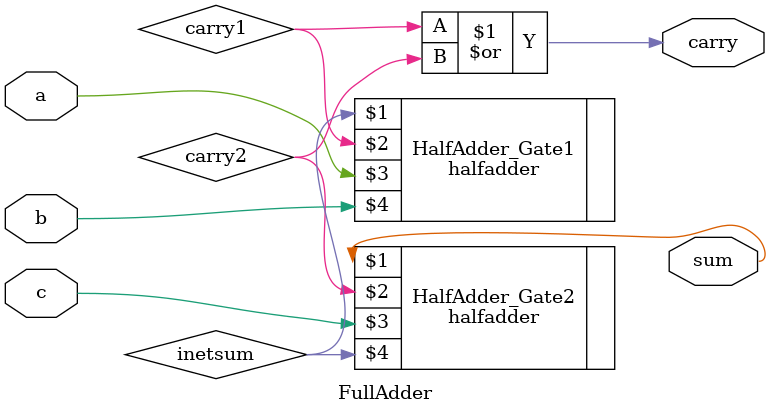
<source format=v>
`include "ha.v"

module FullAdder(sum, carry, a, b, c);

output sum, carry;
input a, b, c;

wire inetsum, carry1, carry2;

halfadder HalfAdder_Gate1(inetsum, carry1, a, b);
halfadder HalfAdder_Gate2(sum, carry2, c, inetsum);
or(carry, carry1, carry2);

endmodule
</source>
